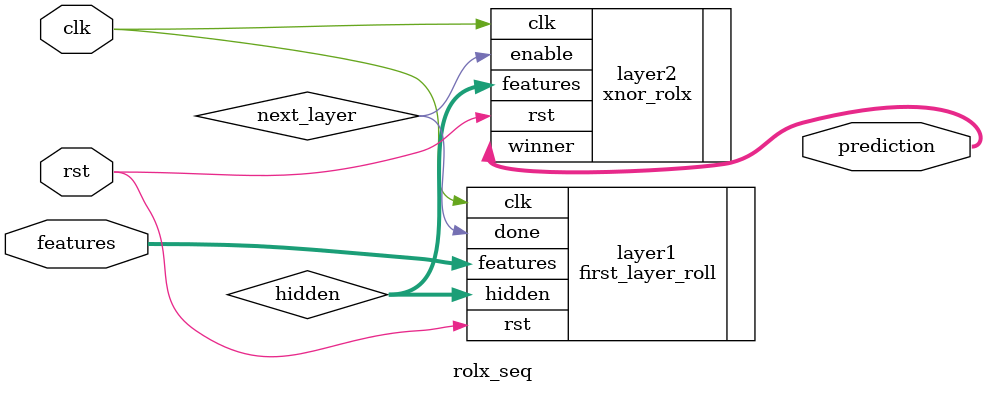
<source format=v>
module rolx_seq #(
  parameter FEAT_CNT = 4,
  parameter FEAT_BITS = 4,
  parameter HIDDEN_CNT = 4,
  parameter CLASS_CNT = 4,
  parameter Weights0 = 0,
  parameter Weights1 = 0
  ) (
  input clk,
  input rst,
  input [FEAT_CNT*FEAT_BITS-1:0] features,
  output [$clog2(CLASS_CNT)-1:0] prediction
  );
  
  localparam SUM_BITS = $clog2(HIDDEN_CNT+1);
  wire [HIDDEN_CNT-1:0] hidden;
  wire next_layer;

  first_layer_roll #(.FEAT_CNT(FEAT_CNT),.FEAT_BITS(FEAT_BITS),.HIDDEN_CNT(HIDDEN_CNT),.Weights(Weights0)) layer1 (
    .clk(clk),
    .rst(rst),
    .features(features),
    .hidden(hidden),
    .done(next_layer)
  );

 xnor_rolx #(.HIDDEN_CNT(HIDDEN_CNT),.CLASS_CNT(CLASS_CNT),.Weights(Weights1)) layer2 (
    .clk(clk),
    .rst(rst),
    .enable(next_layer),
    .features(hidden),
    .winner(prediction)
 );
  
endmodule

</source>
